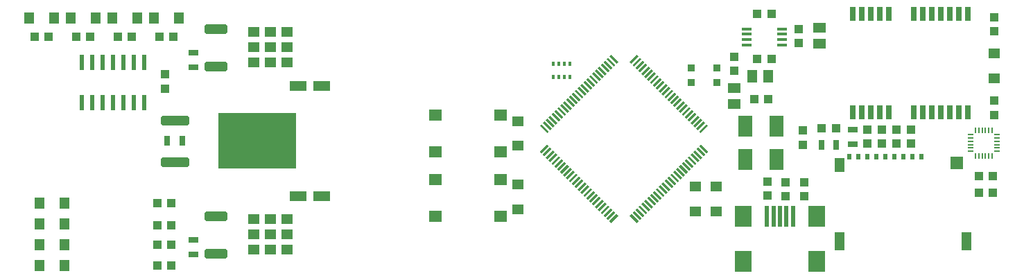
<source format=gbr>
G04 EAGLE Gerber RS-274X export*
G75*
%MOMM*%
%FSLAX34Y34*%
%LPD*%
%INSolderpaste Top*%
%IPPOS*%
%AMOC8*
5,1,8,0,0,1.08239X$1,22.5*%
G01*
%ADD10R,1.600000X1.400000*%
%ADD11R,2.000000X1.200000*%
%ADD12R,1.080000X1.050000*%
%ADD13R,1.600000X1.300000*%
%ADD14R,1.300000X1.600000*%
%ADD15R,1.050000X1.080000*%
%ADD16R,1.460000X1.310000*%
%ADD17C,0.610000*%
%ADD18R,1.200000X1.400000*%
%ADD19R,1.400000X1.200000*%
%ADD20R,0.900000X0.950000*%
%ADD21R,1.778000X2.540000*%
%ADD22R,1.000000X1.100000*%
%ADD23R,1.100000X1.000000*%
%ADD24R,1.270000X0.292100*%
%ADD25R,0.500000X0.750000*%
%ADD26R,1.200000X1.800000*%
%ADD27R,1.200000X2.200000*%
%ADD28R,1.600000X1.500000*%
%ADD29R,0.558000X1.970000*%
%ADD30R,1.302500X0.431800*%
%ADD31R,0.500000X2.500000*%
%ADD32R,2.000000X2.500000*%
%ADD33R,1.200000X0.800000*%
%ADD34R,0.800000X1.200000*%
%ADD35C,0.609600*%
%ADD36R,9.600000X6.800000*%
%ADD37R,0.198119X0.660400*%
%ADD38R,0.660400X0.198119*%
%ADD39R,0.350000X0.500000*%
%ADD40R,0.800000X1.800000*%


D10*
X595000Y130450D03*
X595000Y85450D03*
X675000Y85450D03*
X675000Y130450D03*
D11*
X455960Y110490D03*
X427960Y110490D03*
D12*
X265430Y258940D03*
X265430Y241440D03*
X1043940Y190360D03*
X1043940Y172860D03*
D13*
X960120Y242410D03*
X960120Y222410D03*
D14*
X1001870Y256540D03*
X981870Y256540D03*
D13*
X1064260Y296070D03*
X1064260Y316070D03*
D15*
X988200Y332740D03*
X1005700Y332740D03*
X1084440Y193040D03*
X1066940Y193040D03*
D11*
X455960Y245110D03*
X427960Y245110D03*
D16*
X393400Y63500D03*
X393400Y82300D03*
X393400Y44700D03*
X413700Y82300D03*
X413700Y63500D03*
X413700Y44700D03*
X373100Y82300D03*
X373100Y63500D03*
X373100Y44700D03*
D17*
X338000Y83350D02*
X315800Y83350D01*
X315800Y89450D01*
X338000Y89450D01*
X338000Y83350D01*
X338000Y89145D02*
X315800Y89145D01*
X315800Y37550D02*
X338000Y37550D01*
X315800Y37550D02*
X315800Y43650D01*
X338000Y43650D01*
X338000Y37550D01*
X338000Y43345D02*
X315800Y43345D01*
D18*
X142000Y25400D03*
X112000Y25400D03*
X150100Y327660D03*
X180100Y327660D03*
D19*
X938530Y91680D03*
X938530Y121680D03*
D18*
X200900Y327660D03*
X230900Y327660D03*
X251700Y327660D03*
X281700Y327660D03*
D20*
X939040Y266700D03*
X907540Y266700D03*
D18*
X142000Y76200D03*
X112000Y76200D03*
X142000Y50800D03*
X112000Y50800D03*
D19*
X913130Y91680D03*
X913130Y121680D03*
X695960Y94220D03*
X695960Y124220D03*
X695960Y171690D03*
X695960Y201690D03*
D18*
X99300Y327660D03*
X129300Y327660D03*
D21*
X1012190Y195580D03*
X1012190Y154940D03*
X974090Y195580D03*
X974090Y154940D03*
D22*
X255660Y50800D03*
X272660Y50800D03*
X105800Y304800D03*
X122800Y304800D03*
D23*
X1000862Y110880D03*
X1000862Y127880D03*
X1023163Y110474D03*
X1023163Y127474D03*
D22*
X255660Y25400D03*
X272660Y25400D03*
X156600Y304800D03*
X173600Y304800D03*
X207400Y304800D03*
X224400Y304800D03*
X258200Y304800D03*
X275200Y304800D03*
D23*
X1158240Y174380D03*
X1158240Y191380D03*
X1140460Y174380D03*
X1140460Y191380D03*
X1122680Y174380D03*
X1122680Y191380D03*
X1176020Y174380D03*
X1176020Y191380D03*
D22*
X1001640Y228600D03*
X984640Y228600D03*
X1005450Y278130D03*
X988450Y278130D03*
D23*
X1038860Y314570D03*
X1038860Y297570D03*
X1045362Y109915D03*
X1045362Y126915D03*
X960120Y263280D03*
X960120Y280280D03*
D22*
X255660Y74930D03*
X272660Y74930D03*
D10*
X595000Y209190D03*
X595000Y164190D03*
X675000Y164190D03*
X675000Y209190D03*
D24*
G36*
X733795Y171423D02*
X724816Y162444D01*
X722751Y164509D01*
X731730Y173488D01*
X733795Y171423D01*
G37*
G36*
X737330Y167887D02*
X728351Y158908D01*
X726286Y160973D01*
X735265Y169952D01*
X737330Y167887D01*
G37*
G36*
X740866Y164352D02*
X731887Y155373D01*
X729822Y157438D01*
X738801Y166417D01*
X740866Y164352D01*
G37*
G36*
X744401Y160816D02*
X735422Y151837D01*
X733357Y153902D01*
X742336Y162881D01*
X744401Y160816D01*
G37*
G36*
X747937Y157280D02*
X738958Y148301D01*
X736893Y150366D01*
X745872Y159345D01*
X747937Y157280D01*
G37*
G36*
X751472Y153745D02*
X742493Y144766D01*
X740428Y146831D01*
X749407Y155810D01*
X751472Y153745D01*
G37*
G36*
X755008Y150209D02*
X746029Y141230D01*
X743964Y143295D01*
X752943Y152274D01*
X755008Y150209D01*
G37*
G36*
X758544Y146674D02*
X749565Y137695D01*
X747500Y139760D01*
X756479Y148739D01*
X758544Y146674D01*
G37*
G36*
X762079Y143138D02*
X753100Y134159D01*
X751035Y136224D01*
X760014Y145203D01*
X762079Y143138D01*
G37*
G36*
X765615Y139603D02*
X756636Y130624D01*
X754571Y132689D01*
X763550Y141668D01*
X765615Y139603D01*
G37*
G36*
X769150Y136067D02*
X760171Y127088D01*
X758106Y129153D01*
X767085Y138132D01*
X769150Y136067D01*
G37*
G36*
X772686Y132532D02*
X763707Y123553D01*
X761642Y125618D01*
X770621Y134597D01*
X772686Y132532D01*
G37*
G36*
X776221Y128996D02*
X767242Y120017D01*
X765177Y122082D01*
X774156Y131061D01*
X776221Y128996D01*
G37*
G36*
X779757Y125461D02*
X770778Y116482D01*
X768713Y118547D01*
X777692Y127526D01*
X779757Y125461D01*
G37*
G36*
X783292Y121925D02*
X774313Y112946D01*
X772248Y115011D01*
X781227Y123990D01*
X783292Y121925D01*
G37*
G36*
X786828Y118390D02*
X777849Y109411D01*
X775784Y111476D01*
X784763Y120455D01*
X786828Y118390D01*
G37*
G36*
X790363Y114854D02*
X781384Y105875D01*
X779319Y107940D01*
X788298Y116919D01*
X790363Y114854D01*
G37*
G36*
X793899Y111319D02*
X784920Y102340D01*
X782855Y104405D01*
X791834Y113384D01*
X793899Y111319D01*
G37*
G36*
X797434Y107783D02*
X788455Y98804D01*
X786390Y100869D01*
X795369Y109848D01*
X797434Y107783D01*
G37*
G36*
X800970Y104247D02*
X791991Y95268D01*
X789926Y97333D01*
X798905Y106312D01*
X800970Y104247D01*
G37*
G36*
X804505Y100712D02*
X795526Y91733D01*
X793461Y93798D01*
X802440Y102777D01*
X804505Y100712D01*
G37*
G36*
X808041Y97176D02*
X799062Y88197D01*
X796997Y90262D01*
X805976Y99241D01*
X808041Y97176D01*
G37*
G36*
X811577Y93641D02*
X802598Y84662D01*
X800533Y86727D01*
X809512Y95706D01*
X811577Y93641D01*
G37*
G36*
X815112Y90105D02*
X806133Y81126D01*
X804068Y83191D01*
X813047Y92170D01*
X815112Y90105D01*
G37*
G36*
X818648Y86570D02*
X809669Y77591D01*
X807604Y79656D01*
X816583Y88635D01*
X818648Y86570D01*
G37*
G36*
X834417Y88635D02*
X843396Y79656D01*
X841331Y77591D01*
X832352Y86570D01*
X834417Y88635D01*
G37*
G36*
X837953Y92170D02*
X846932Y83191D01*
X844867Y81126D01*
X835888Y90105D01*
X837953Y92170D01*
G37*
G36*
X841488Y95706D02*
X850467Y86727D01*
X848402Y84662D01*
X839423Y93641D01*
X841488Y95706D01*
G37*
G36*
X845024Y99241D02*
X854003Y90262D01*
X851938Y88197D01*
X842959Y97176D01*
X845024Y99241D01*
G37*
G36*
X848560Y102777D02*
X857539Y93798D01*
X855474Y91733D01*
X846495Y100712D01*
X848560Y102777D01*
G37*
G36*
X852095Y106312D02*
X861074Y97333D01*
X859009Y95268D01*
X850030Y104247D01*
X852095Y106312D01*
G37*
G36*
X855631Y109848D02*
X864610Y100869D01*
X862545Y98804D01*
X853566Y107783D01*
X855631Y109848D01*
G37*
G36*
X859166Y113384D02*
X868145Y104405D01*
X866080Y102340D01*
X857101Y111319D01*
X859166Y113384D01*
G37*
G36*
X862702Y116919D02*
X871681Y107940D01*
X869616Y105875D01*
X860637Y114854D01*
X862702Y116919D01*
G37*
G36*
X866237Y120455D02*
X875216Y111476D01*
X873151Y109411D01*
X864172Y118390D01*
X866237Y120455D01*
G37*
G36*
X869773Y123990D02*
X878752Y115011D01*
X876687Y112946D01*
X867708Y121925D01*
X869773Y123990D01*
G37*
G36*
X873308Y127526D02*
X882287Y118547D01*
X880222Y116482D01*
X871243Y125461D01*
X873308Y127526D01*
G37*
G36*
X876844Y131061D02*
X885823Y122082D01*
X883758Y120017D01*
X874779Y128996D01*
X876844Y131061D01*
G37*
G36*
X880379Y134597D02*
X889358Y125618D01*
X887293Y123553D01*
X878314Y132532D01*
X880379Y134597D01*
G37*
G36*
X883915Y138132D02*
X892894Y129153D01*
X890829Y127088D01*
X881850Y136067D01*
X883915Y138132D01*
G37*
G36*
X887450Y141668D02*
X896429Y132689D01*
X894364Y130624D01*
X885385Y139603D01*
X887450Y141668D01*
G37*
G36*
X890986Y145203D02*
X899965Y136224D01*
X897900Y134159D01*
X888921Y143138D01*
X890986Y145203D01*
G37*
G36*
X894521Y148739D02*
X903500Y139760D01*
X901435Y137695D01*
X892456Y146674D01*
X894521Y148739D01*
G37*
G36*
X898057Y152274D02*
X907036Y143295D01*
X904971Y141230D01*
X895992Y150209D01*
X898057Y152274D01*
G37*
G36*
X901593Y155810D02*
X910572Y146831D01*
X908507Y144766D01*
X899528Y153745D01*
X901593Y155810D01*
G37*
G36*
X905128Y159345D02*
X914107Y150366D01*
X912042Y148301D01*
X903063Y157280D01*
X905128Y159345D01*
G37*
G36*
X908664Y162881D02*
X917643Y153902D01*
X915578Y151837D01*
X906599Y160816D01*
X908664Y162881D01*
G37*
G36*
X912199Y166417D02*
X921178Y157438D01*
X919113Y155373D01*
X910134Y164352D01*
X912199Y166417D01*
G37*
G36*
X915735Y169952D02*
X924714Y160973D01*
X922649Y158908D01*
X913670Y167887D01*
X915735Y169952D01*
G37*
G36*
X919270Y173488D02*
X928249Y164509D01*
X926184Y162444D01*
X917205Y171423D01*
X919270Y173488D01*
G37*
G36*
X917205Y189257D02*
X926184Y198236D01*
X928249Y196171D01*
X919270Y187192D01*
X917205Y189257D01*
G37*
G36*
X913670Y192793D02*
X922649Y201772D01*
X924714Y199707D01*
X915735Y190728D01*
X913670Y192793D01*
G37*
G36*
X910134Y196328D02*
X919113Y205307D01*
X921178Y203242D01*
X912199Y194263D01*
X910134Y196328D01*
G37*
G36*
X906599Y199864D02*
X915578Y208843D01*
X917643Y206778D01*
X908664Y197799D01*
X906599Y199864D01*
G37*
G36*
X903063Y203400D02*
X912042Y212379D01*
X914107Y210314D01*
X905128Y201335D01*
X903063Y203400D01*
G37*
G36*
X899528Y206935D02*
X908507Y215914D01*
X910572Y213849D01*
X901593Y204870D01*
X899528Y206935D01*
G37*
G36*
X895992Y210471D02*
X904971Y219450D01*
X907036Y217385D01*
X898057Y208406D01*
X895992Y210471D01*
G37*
G36*
X892456Y214006D02*
X901435Y222985D01*
X903500Y220920D01*
X894521Y211941D01*
X892456Y214006D01*
G37*
G36*
X888921Y217542D02*
X897900Y226521D01*
X899965Y224456D01*
X890986Y215477D01*
X888921Y217542D01*
G37*
G36*
X885385Y221077D02*
X894364Y230056D01*
X896429Y227991D01*
X887450Y219012D01*
X885385Y221077D01*
G37*
G36*
X881850Y224613D02*
X890829Y233592D01*
X892894Y231527D01*
X883915Y222548D01*
X881850Y224613D01*
G37*
G36*
X878314Y228148D02*
X887293Y237127D01*
X889358Y235062D01*
X880379Y226083D01*
X878314Y228148D01*
G37*
G36*
X874779Y231684D02*
X883758Y240663D01*
X885823Y238598D01*
X876844Y229619D01*
X874779Y231684D01*
G37*
G36*
X871243Y235219D02*
X880222Y244198D01*
X882287Y242133D01*
X873308Y233154D01*
X871243Y235219D01*
G37*
G36*
X867708Y238755D02*
X876687Y247734D01*
X878752Y245669D01*
X869773Y236690D01*
X867708Y238755D01*
G37*
G36*
X864172Y242290D02*
X873151Y251269D01*
X875216Y249204D01*
X866237Y240225D01*
X864172Y242290D01*
G37*
G36*
X860637Y245826D02*
X869616Y254805D01*
X871681Y252740D01*
X862702Y243761D01*
X860637Y245826D01*
G37*
G36*
X857101Y249361D02*
X866080Y258340D01*
X868145Y256275D01*
X859166Y247296D01*
X857101Y249361D01*
G37*
G36*
X853566Y252897D02*
X862545Y261876D01*
X864610Y259811D01*
X855631Y250832D01*
X853566Y252897D01*
G37*
G36*
X850030Y256433D02*
X859009Y265412D01*
X861074Y263347D01*
X852095Y254368D01*
X850030Y256433D01*
G37*
G36*
X846495Y259968D02*
X855474Y268947D01*
X857539Y266882D01*
X848560Y257903D01*
X846495Y259968D01*
G37*
G36*
X842959Y263504D02*
X851938Y272483D01*
X854003Y270418D01*
X845024Y261439D01*
X842959Y263504D01*
G37*
G36*
X839423Y267039D02*
X848402Y276018D01*
X850467Y273953D01*
X841488Y264974D01*
X839423Y267039D01*
G37*
G36*
X835888Y270575D02*
X844867Y279554D01*
X846932Y277489D01*
X837953Y268510D01*
X835888Y270575D01*
G37*
G36*
X832352Y274110D02*
X841331Y283089D01*
X843396Y281024D01*
X834417Y272045D01*
X832352Y274110D01*
G37*
G36*
X816583Y272045D02*
X807604Y281024D01*
X809669Y283089D01*
X818648Y274110D01*
X816583Y272045D01*
G37*
G36*
X813047Y268510D02*
X804068Y277489D01*
X806133Y279554D01*
X815112Y270575D01*
X813047Y268510D01*
G37*
G36*
X809512Y264974D02*
X800533Y273953D01*
X802598Y276018D01*
X811577Y267039D01*
X809512Y264974D01*
G37*
G36*
X805976Y261439D02*
X796997Y270418D01*
X799062Y272483D01*
X808041Y263504D01*
X805976Y261439D01*
G37*
G36*
X802440Y257903D02*
X793461Y266882D01*
X795526Y268947D01*
X804505Y259968D01*
X802440Y257903D01*
G37*
G36*
X798905Y254368D02*
X789926Y263347D01*
X791991Y265412D01*
X800970Y256433D01*
X798905Y254368D01*
G37*
G36*
X795369Y250832D02*
X786390Y259811D01*
X788455Y261876D01*
X797434Y252897D01*
X795369Y250832D01*
G37*
G36*
X791834Y247296D02*
X782855Y256275D01*
X784920Y258340D01*
X793899Y249361D01*
X791834Y247296D01*
G37*
G36*
X788298Y243761D02*
X779319Y252740D01*
X781384Y254805D01*
X790363Y245826D01*
X788298Y243761D01*
G37*
G36*
X784763Y240225D02*
X775784Y249204D01*
X777849Y251269D01*
X786828Y242290D01*
X784763Y240225D01*
G37*
G36*
X781227Y236690D02*
X772248Y245669D01*
X774313Y247734D01*
X783292Y238755D01*
X781227Y236690D01*
G37*
G36*
X777692Y233154D02*
X768713Y242133D01*
X770778Y244198D01*
X779757Y235219D01*
X777692Y233154D01*
G37*
G36*
X774156Y229619D02*
X765177Y238598D01*
X767242Y240663D01*
X776221Y231684D01*
X774156Y229619D01*
G37*
G36*
X770621Y226083D02*
X761642Y235062D01*
X763707Y237127D01*
X772686Y228148D01*
X770621Y226083D01*
G37*
G36*
X767085Y222548D02*
X758106Y231527D01*
X760171Y233592D01*
X769150Y224613D01*
X767085Y222548D01*
G37*
G36*
X763550Y219012D02*
X754571Y227991D01*
X756636Y230056D01*
X765615Y221077D01*
X763550Y219012D01*
G37*
G36*
X760014Y215477D02*
X751035Y224456D01*
X753100Y226521D01*
X762079Y217542D01*
X760014Y215477D01*
G37*
G36*
X756479Y211941D02*
X747500Y220920D01*
X749565Y222985D01*
X758544Y214006D01*
X756479Y211941D01*
G37*
G36*
X752943Y208406D02*
X743964Y217385D01*
X746029Y219450D01*
X755008Y210471D01*
X752943Y208406D01*
G37*
G36*
X749407Y204870D02*
X740428Y213849D01*
X742493Y215914D01*
X751472Y206935D01*
X749407Y204870D01*
G37*
G36*
X745872Y201335D02*
X736893Y210314D01*
X738958Y212379D01*
X747937Y203400D01*
X745872Y201335D01*
G37*
G36*
X742336Y197799D02*
X733357Y206778D01*
X735422Y208843D01*
X744401Y199864D01*
X742336Y197799D01*
G37*
G36*
X738801Y194263D02*
X729822Y203242D01*
X731887Y205307D01*
X740866Y196328D01*
X738801Y194263D01*
G37*
G36*
X735265Y190728D02*
X726286Y199707D01*
X728351Y201772D01*
X737330Y192793D01*
X735265Y190728D01*
G37*
G36*
X731730Y187192D02*
X722751Y196171D01*
X724816Y198236D01*
X733795Y189257D01*
X731730Y187192D01*
G37*
D25*
X1100450Y158460D03*
X1111450Y158460D03*
X1122450Y158460D03*
X1133450Y158460D03*
X1144450Y158460D03*
X1155450Y158460D03*
X1166450Y158460D03*
X1177450Y158460D03*
X1188450Y158460D03*
D26*
X1088450Y148210D03*
D27*
X1088450Y55210D03*
D28*
X1231700Y150710D03*
D27*
X1243450Y55210D03*
D29*
X163830Y224282D03*
X176530Y224282D03*
X189230Y224282D03*
X201930Y224282D03*
X214630Y224282D03*
X227330Y224282D03*
X240030Y224282D03*
X240030Y273558D03*
X227330Y273558D03*
X214630Y273558D03*
X201930Y273558D03*
X189230Y273558D03*
X176530Y273558D03*
X163830Y273558D03*
D30*
X975452Y314550D03*
X975452Y308050D03*
X975452Y301550D03*
X975452Y295050D03*
X1018448Y295050D03*
X1018448Y301550D03*
X1018448Y308050D03*
X1018448Y314550D03*
D31*
X1016000Y85960D03*
X1008000Y85960D03*
X1032000Y85960D03*
X1024000Y85960D03*
D32*
X1061000Y30960D03*
X971000Y30960D03*
X1061000Y85960D03*
X971000Y85960D03*
D31*
X1000000Y85960D03*
D33*
X299720Y267860D03*
X299720Y285860D03*
X299720Y39260D03*
X299720Y57260D03*
D34*
X285860Y177800D03*
X267860Y177800D03*
X1084690Y172720D03*
X1066690Y172720D03*
D33*
X1104900Y191880D03*
X1104900Y173880D03*
D20*
X907540Y248920D03*
X939040Y248920D03*
D16*
X393400Y292100D03*
X393400Y310900D03*
X393400Y273300D03*
X413700Y310900D03*
X413700Y292100D03*
X413700Y273300D03*
X373100Y310900D03*
X373100Y292100D03*
X373100Y273300D03*
D17*
X338000Y311950D02*
X315800Y311950D01*
X315800Y318050D01*
X338000Y318050D01*
X338000Y311950D01*
X338000Y317745D02*
X315800Y317745D01*
X315800Y266150D02*
X338000Y266150D01*
X315800Y266150D02*
X315800Y272250D01*
X338000Y272250D01*
X338000Y266150D01*
X338000Y271945D02*
X315800Y271945D01*
D35*
X262803Y206248D02*
X262803Y200152D01*
X262803Y206248D02*
X290997Y206248D01*
X290997Y200152D01*
X262803Y200152D01*
X262803Y205943D02*
X290997Y205943D01*
X262803Y155448D02*
X262803Y149352D01*
X262803Y155448D02*
X290997Y155448D01*
X290997Y149352D01*
X262803Y149352D01*
X262803Y155143D02*
X290997Y155143D01*
D36*
X377900Y177800D03*
D22*
X255660Y101600D03*
X272660Y101600D03*
D18*
X142000Y101600D03*
X112000Y101600D03*
D15*
X1258710Y134620D03*
X1276210Y134620D03*
D37*
X1254920Y159512D03*
X1258920Y159512D03*
X1262920Y159512D03*
X1266920Y159512D03*
X1270920Y159512D03*
X1274920Y159512D03*
D38*
X1280668Y165260D03*
X1280668Y169260D03*
X1280668Y173260D03*
X1280668Y177260D03*
X1280668Y181260D03*
X1280668Y185260D03*
D37*
X1274920Y191008D03*
X1270920Y191008D03*
X1266920Y191008D03*
X1262920Y191008D03*
X1258920Y191008D03*
X1254920Y191008D03*
D38*
X1249172Y185260D03*
X1249172Y181260D03*
X1249172Y177260D03*
X1249172Y173260D03*
X1249172Y169260D03*
X1249172Y165260D03*
D15*
X1258710Y114300D03*
X1276210Y114300D03*
D12*
X1277620Y227190D03*
X1277620Y209690D03*
D39*
X752550Y256160D03*
X752550Y272160D03*
X746050Y256160D03*
X746050Y272160D03*
X759050Y272160D03*
X759050Y256160D03*
X739550Y256160D03*
X739550Y272160D03*
D40*
X1105067Y212986D03*
X1116067Y212986D03*
X1127067Y212986D03*
X1138067Y212986D03*
X1149067Y212986D03*
X1179067Y212986D03*
X1190067Y212986D03*
X1201067Y212986D03*
X1212067Y212986D03*
X1223067Y212986D03*
X1234067Y212986D03*
X1245067Y212986D03*
X1105067Y332986D03*
X1116067Y332986D03*
X1127067Y332986D03*
X1138067Y332986D03*
X1149067Y332986D03*
X1179067Y332986D03*
X1190067Y332986D03*
X1201067Y332986D03*
X1212067Y332986D03*
X1223067Y332986D03*
X1234067Y332986D03*
X1245067Y332986D03*
D23*
X1277620Y311540D03*
X1277620Y328540D03*
D19*
X1277620Y284240D03*
X1277620Y254240D03*
M02*

</source>
